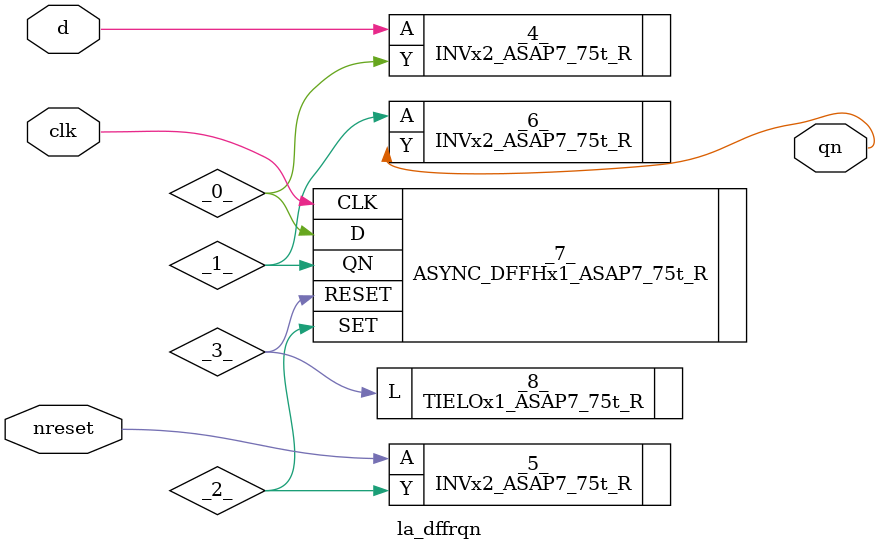
<source format=v>

/* Generated by Yosys 0.37 (git sha1 a5c7f69ed, clang 14.0.0-1ubuntu1.1 -fPIC -Os) */

module la_dffrqn(d, clk, nreset, qn);
  wire _0_;
  wire _1_;
  wire _2_;
  wire _3_;
  input clk;
  wire clk;
  input d;
  wire d;
  input nreset;
  wire nreset;
  output qn;
  wire qn;
  INVx2_ASAP7_75t_R _4_ (
    .A(d),
    .Y(_0_)
  );
  INVx2_ASAP7_75t_R _5_ (
    .A(nreset),
    .Y(_2_)
  );
  INVx2_ASAP7_75t_R _6_ (
    .A(_1_),
    .Y(qn)
  );
  ASYNC_DFFHx1_ASAP7_75t_R _7_ (
    .CLK(clk),
    .D(_0_),
    .QN(_1_),
    .RESET(_3_),
    .SET(_2_)
  );
  TIELOx1_ASAP7_75t_R _8_ (
    .L(_3_)
  );
endmodule

</source>
